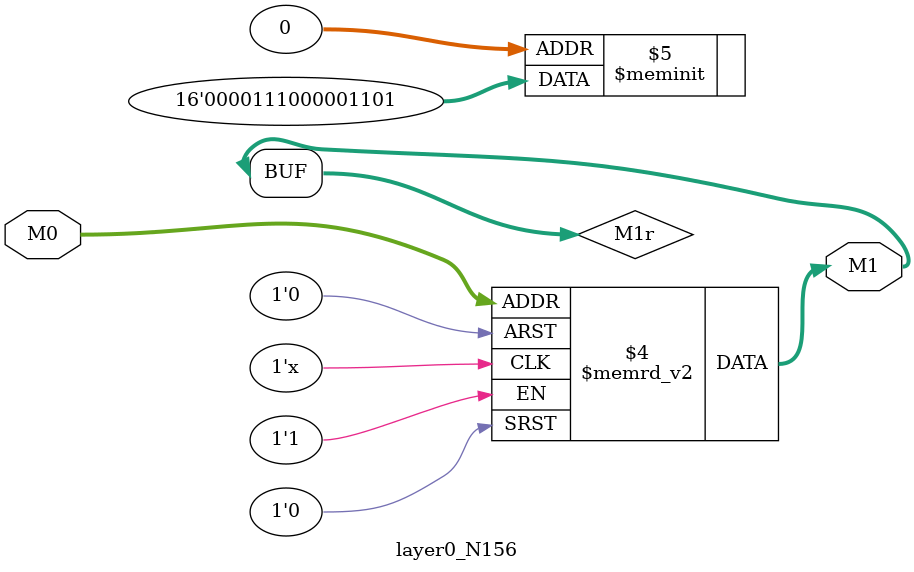
<source format=v>
module layer0_N156 ( input [2:0] M0, output [1:0] M1 );

	(*rom_style = "distributed" *) reg [1:0] M1r;
	assign M1 = M1r;
	always @ (M0) begin
		case (M0)
			3'b000: M1r = 2'b01;
			3'b100: M1r = 2'b10;
			3'b010: M1r = 2'b00;
			3'b110: M1r = 2'b00;
			3'b001: M1r = 2'b11;
			3'b101: M1r = 2'b11;
			3'b011: M1r = 2'b00;
			3'b111: M1r = 2'b00;

		endcase
	end
endmodule

</source>
